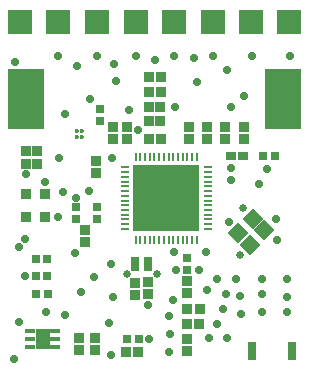
<source format=gts>
G04 Layer_Color=8388736*
%FSLAX25Y25*%
%MOIN*%
G70*
G01*
G75*
%ADD21O,0.00787X0.03150*%
%ADD22O,0.03150X0.00787*%
%ADD23R,0.22441X0.22441*%
%ADD39C,0.01417*%
%ADD40R,0.03159X0.03159*%
%ADD41R,0.03159X0.03159*%
%ADD42R,0.03435X0.03435*%
%ADD43R,0.12411X0.20285*%
%ADD44R,0.03435X0.03435*%
%ADD45R,0.03150X0.06142*%
%ADD46R,0.03474X0.03513*%
%ADD47R,0.03356X0.01781*%
%ADD48R,0.04537X0.06899*%
%ADD49R,0.03750X0.03750*%
G04:AMPARAMS|DCode=50|XSize=51.18mil|YSize=47.24mil|CornerRadius=0mil|HoleSize=0mil|Usage=FLASHONLY|Rotation=45.000|XOffset=0mil|YOffset=0mil|HoleType=Round|Shape=Rectangle|*
%AMROTATEDRECTD50*
4,1,4,-0.00139,-0.03480,-0.03480,-0.00139,0.00139,0.03480,0.03480,0.00139,-0.00139,-0.03480,0.0*
%
%ADD50ROTATEDRECTD50*%

%ADD51R,0.02756X0.04724*%
%ADD52R,0.03356X0.02568*%
%ADD53R,0.03513X0.03474*%
%ADD54R,0.08474X0.08474*%
%ADD55C,0.02568*%
%ADD56C,0.02800*%
D21*
X43577Y69859D02*
D03*
X45152D02*
D03*
X46727D02*
D03*
X48302D02*
D03*
X49876D02*
D03*
X51451D02*
D03*
X53026D02*
D03*
X54601D02*
D03*
X56176D02*
D03*
X57750D02*
D03*
X59325D02*
D03*
X60900D02*
D03*
X62475D02*
D03*
X64050D02*
D03*
X43577Y42300D02*
D03*
X45152D02*
D03*
X46727D02*
D03*
X48302D02*
D03*
X49876D02*
D03*
X51451D02*
D03*
X53026D02*
D03*
X54601D02*
D03*
X56176D02*
D03*
X57750D02*
D03*
X59325D02*
D03*
X60900D02*
D03*
X62475D02*
D03*
X64050D02*
D03*
D22*
X67593Y45843D02*
D03*
Y47418D02*
D03*
Y48993D02*
D03*
Y50568D02*
D03*
Y52143D02*
D03*
Y53717D02*
D03*
Y55292D02*
D03*
Y56867D02*
D03*
Y58442D02*
D03*
Y60017D02*
D03*
Y61591D02*
D03*
Y63166D02*
D03*
Y64741D02*
D03*
Y66316D02*
D03*
X40034D02*
D03*
Y64741D02*
D03*
Y63166D02*
D03*
Y61591D02*
D03*
Y60017D02*
D03*
Y58442D02*
D03*
Y56867D02*
D03*
Y55292D02*
D03*
Y53717D02*
D03*
Y52143D02*
D03*
Y50568D02*
D03*
Y48993D02*
D03*
Y47418D02*
D03*
Y45843D02*
D03*
D23*
X53813Y56080D02*
D03*
D39*
X25884Y78384D02*
D03*
Y76416D02*
D03*
X23916Y78384D02*
D03*
Y76416D02*
D03*
D40*
X40663Y9200D02*
D03*
X44600D02*
D03*
X86231Y70300D02*
D03*
X90168D02*
D03*
X14200Y35900D02*
D03*
X10263D02*
D03*
Y30000D02*
D03*
X14200D02*
D03*
X10363Y24000D02*
D03*
X14300D02*
D03*
D41*
X60900Y36068D02*
D03*
Y32131D02*
D03*
X31800Y85800D02*
D03*
Y81863D02*
D03*
X23800Y53069D02*
D03*
Y49132D02*
D03*
X30800Y49100D02*
D03*
Y53037D02*
D03*
D42*
X47963Y86500D02*
D03*
X51900D02*
D03*
X47932Y81900D02*
D03*
X51868D02*
D03*
X6932Y71800D02*
D03*
X10869D02*
D03*
X6932Y67400D02*
D03*
X10869D02*
D03*
X44500Y4900D02*
D03*
X40563D02*
D03*
X51968Y96500D02*
D03*
X48031D02*
D03*
X51968Y91400D02*
D03*
X48031D02*
D03*
X64768Y14268D02*
D03*
X60831D02*
D03*
D43*
X7100Y89100D02*
D03*
X92900Y89200D02*
D03*
D44*
X73400Y75932D02*
D03*
Y79869D02*
D03*
X67300Y75932D02*
D03*
Y79869D02*
D03*
X40900Y75800D02*
D03*
Y79737D02*
D03*
X30300Y64500D02*
D03*
Y68437D02*
D03*
X26800Y45469D02*
D03*
Y41532D02*
D03*
X24800Y9396D02*
D03*
Y5459D02*
D03*
X30000Y9369D02*
D03*
Y5432D02*
D03*
X36100Y75800D02*
D03*
Y79737D02*
D03*
X79900Y79837D02*
D03*
Y75900D02*
D03*
X61400Y79837D02*
D03*
Y75900D02*
D03*
X60865Y24577D02*
D03*
Y28514D02*
D03*
X43500Y23963D02*
D03*
Y27900D02*
D03*
X47900Y24063D02*
D03*
Y28000D02*
D03*
D45*
X82300Y5068D02*
D03*
X95710D02*
D03*
D46*
X47947Y75900D02*
D03*
X52002D02*
D03*
X60872Y19268D02*
D03*
X64928D02*
D03*
D47*
X8466Y11759D02*
D03*
Y9200D02*
D03*
Y6641D02*
D03*
X16734Y11759D02*
D03*
Y9200D02*
D03*
Y6641D02*
D03*
D48*
X12600Y9200D02*
D03*
D49*
X7101Y49900D02*
D03*
Y57380D02*
D03*
X13400D02*
D03*
Y49900D02*
D03*
D50*
X77900Y44500D02*
D03*
X82633Y49233D02*
D03*
X86530Y45335D02*
D03*
X81797Y40603D02*
D03*
D51*
X43560Y34200D02*
D03*
X47900D02*
D03*
D52*
X79565Y70300D02*
D03*
X75400D02*
D03*
D53*
X60865Y5049D02*
D03*
Y9104D02*
D03*
D54*
X30743Y114900D02*
D03*
X94900D02*
D03*
X5100D02*
D03*
X17871D02*
D03*
X56486D02*
D03*
X69357D02*
D03*
X43614D02*
D03*
X82228D02*
D03*
D55*
X40700Y30700D02*
D03*
X50800Y30800D02*
D03*
X78300Y37100D02*
D03*
X79300Y52700D02*
D03*
D56*
X6954Y64200D02*
D03*
X29900Y29900D02*
D03*
X87500Y65805D02*
D03*
X17900Y49900D02*
D03*
X54900Y4800D02*
D03*
X55000Y10900D02*
D03*
X54600Y16900D02*
D03*
X56100Y22100D02*
D03*
X73700Y24300D02*
D03*
X70900Y29000D02*
D03*
X67300Y25500D02*
D03*
X78400Y23600D02*
D03*
X85700Y24000D02*
D03*
X77200Y29000D02*
D03*
X85700Y29300D02*
D03*
X94100Y29100D02*
D03*
Y23200D02*
D03*
Y18300D02*
D03*
X85600Y18100D02*
D03*
X78700Y17500D02*
D03*
X72800Y19100D02*
D03*
X70700Y14000D02*
D03*
X74000Y9600D02*
D03*
X68000Y9500D02*
D03*
X54224Y49500D02*
D03*
X45000Y49400D02*
D03*
X60600Y64400D02*
D03*
X3400Y101400D02*
D03*
X75400Y86329D02*
D03*
X64100Y94900D02*
D03*
X56700Y86500D02*
D03*
X41300Y85600D02*
D03*
X35900Y69400D02*
D03*
X18100Y69500D02*
D03*
X28000Y58400D02*
D03*
X35400Y34200D02*
D03*
X4800Y39800D02*
D03*
X19500Y58100D02*
D03*
X23500Y37700D02*
D03*
X4900Y14700D02*
D03*
X25300Y24800D02*
D03*
X36000Y23100D02*
D03*
X34800Y14600D02*
D03*
X35300Y3900D02*
D03*
X90900Y42000D02*
D03*
X74800Y48000D02*
D03*
X90500Y49300D02*
D03*
X47900Y20500D02*
D03*
X56300Y38000D02*
D03*
X64700Y32000D02*
D03*
X57100D02*
D03*
X6800Y30000D02*
D03*
X67100Y38000D02*
D03*
X23800Y56300D02*
D03*
X61000Y48400D02*
D03*
X47200Y63800D02*
D03*
X48000Y9100D02*
D03*
X84716Y60900D02*
D03*
X75500Y62200D02*
D03*
Y66000D02*
D03*
X28400Y89200D02*
D03*
X13400Y61400D02*
D03*
X13700Y18000D02*
D03*
X17700Y103500D02*
D03*
X30700D02*
D03*
X43600D02*
D03*
X56500D02*
D03*
X69500D02*
D03*
X82300D02*
D03*
X95000D02*
D03*
X79700Y90200D02*
D03*
X74200Y98800D02*
D03*
X63200Y102900D02*
D03*
X50100Y102300D02*
D03*
X36500Y100700D02*
D03*
X37000Y95100D02*
D03*
X24000Y100300D02*
D03*
X20200Y84000D02*
D03*
X20000Y17300D02*
D03*
X6900Y42600D02*
D03*
X3100Y2500D02*
D03*
X44500Y78700D02*
D03*
M02*

</source>
